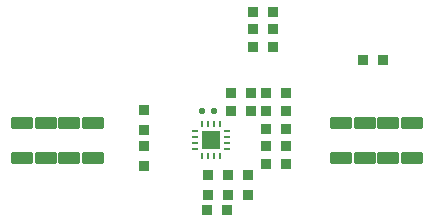
<source format=gbp>
G04*
G04 #@! TF.GenerationSoftware,Altium Limited,Altium Designer,23.4.1 (23)*
G04*
G04 Layer_Color=128*
%FSLAX44Y44*%
%MOMM*%
G71*
G04*
G04 #@! TF.SameCoordinates,D8EC2F4E-BF9A-46B1-9C30-41DC9E0D0BA1*
G04*
G04*
G04 #@! TF.FilePolarity,Positive*
G04*
G01*
G75*
G04:AMPARAMS|DCode=37|XSize=0.5mm|YSize=0.5mm|CornerRadius=0.0625mm|HoleSize=0mm|Usage=FLASHONLY|Rotation=0.000|XOffset=0mm|YOffset=0mm|HoleType=Round|Shape=RoundedRectangle|*
%AMROUNDEDRECTD37*
21,1,0.5000,0.3750,0,0,0.0*
21,1,0.3750,0.5000,0,0,0.0*
1,1,0.1250,0.1875,-0.1875*
1,1,0.1250,-0.1875,-0.1875*
1,1,0.1250,-0.1875,0.1875*
1,1,0.1250,0.1875,0.1875*
%
%ADD37ROUNDEDRECTD37*%
G04:AMPARAMS|DCode=38|XSize=0.9mm|YSize=0.8mm|CornerRadius=0.06mm|HoleSize=0mm|Usage=FLASHONLY|Rotation=180.000|XOffset=0mm|YOffset=0mm|HoleType=Round|Shape=RoundedRectangle|*
%AMROUNDEDRECTD38*
21,1,0.9000,0.6800,0,0,180.0*
21,1,0.7800,0.8000,0,0,180.0*
1,1,0.1200,-0.3900,0.3400*
1,1,0.1200,0.3900,0.3400*
1,1,0.1200,0.3900,-0.3400*
1,1,0.1200,-0.3900,-0.3400*
%
%ADD38ROUNDEDRECTD38*%
G04:AMPARAMS|DCode=39|XSize=0.9mm|YSize=0.8mm|CornerRadius=0.06mm|HoleSize=0mm|Usage=FLASHONLY|Rotation=90.000|XOffset=0mm|YOffset=0mm|HoleType=Round|Shape=RoundedRectangle|*
%AMROUNDEDRECTD39*
21,1,0.9000,0.6800,0,0,90.0*
21,1,0.7800,0.8000,0,0,90.0*
1,1,0.1200,0.3400,0.3900*
1,1,0.1200,0.3400,-0.3900*
1,1,0.1200,-0.3400,-0.3900*
1,1,0.1200,-0.3400,0.3900*
%
%ADD39ROUNDEDRECTD39*%
G04:AMPARAMS|DCode=40|XSize=1mm|YSize=1.8mm|CornerRadius=0.05mm|HoleSize=0mm|Usage=FLASHONLY|Rotation=90.000|XOffset=0mm|YOffset=0mm|HoleType=Round|Shape=RoundedRectangle|*
%AMROUNDEDRECTD40*
21,1,1.0000,1.7000,0,0,90.0*
21,1,0.9000,1.8000,0,0,90.0*
1,1,0.1000,0.8500,0.4500*
1,1,0.1000,0.8500,-0.4500*
1,1,0.1000,-0.8500,-0.4500*
1,1,0.1000,-0.8500,0.4500*
%
%ADD40ROUNDEDRECTD40*%
%ADD41R,0.2300X0.4800*%
%ADD42R,0.4800X0.2300*%
%ADD43R,1.6000X1.6000*%
D37*
X167000Y150000D02*
D03*
X177000D02*
D03*
D38*
X221500Y105000D02*
D03*
X238500D02*
D03*
X221500Y120000D02*
D03*
X238500D02*
D03*
X188500Y66000D02*
D03*
X171500D02*
D03*
X227500Y234000D02*
D03*
X210500D02*
D03*
X320500Y193000D02*
D03*
X303500D02*
D03*
X238500Y150000D02*
D03*
X221500D02*
D03*
X191500D02*
D03*
X208500D02*
D03*
Y165000D02*
D03*
X191500D02*
D03*
X221500D02*
D03*
X238500D02*
D03*
X221500Y135000D02*
D03*
X238500D02*
D03*
X210500Y219000D02*
D03*
X227500D02*
D03*
X210500Y204000D02*
D03*
X227500D02*
D03*
D39*
X206000Y95500D02*
D03*
Y78500D02*
D03*
X118000Y103500D02*
D03*
Y120500D02*
D03*
Y133500D02*
D03*
Y150500D02*
D03*
X172000Y95500D02*
D03*
Y78500D02*
D03*
X189000Y95500D02*
D03*
Y78500D02*
D03*
D40*
X15000Y110000D02*
D03*
Y140000D02*
D03*
X35000D02*
D03*
Y110000D02*
D03*
X55000Y140000D02*
D03*
Y110000D02*
D03*
X75000Y140000D02*
D03*
Y110000D02*
D03*
X285000Y140000D02*
D03*
Y110000D02*
D03*
X305000Y140000D02*
D03*
Y110000D02*
D03*
X325000Y140000D02*
D03*
Y110000D02*
D03*
X345000Y140000D02*
D03*
Y110000D02*
D03*
D41*
X182500Y111400D02*
D03*
X177500D02*
D03*
X172500D02*
D03*
X167500D02*
D03*
Y138600D02*
D03*
X172500D02*
D03*
X177500D02*
D03*
X182500D02*
D03*
D42*
X161400Y117500D02*
D03*
Y122500D02*
D03*
Y127500D02*
D03*
Y132500D02*
D03*
X188600D02*
D03*
Y127500D02*
D03*
Y122500D02*
D03*
Y117500D02*
D03*
D43*
X175000Y125000D02*
D03*
M02*

</source>
